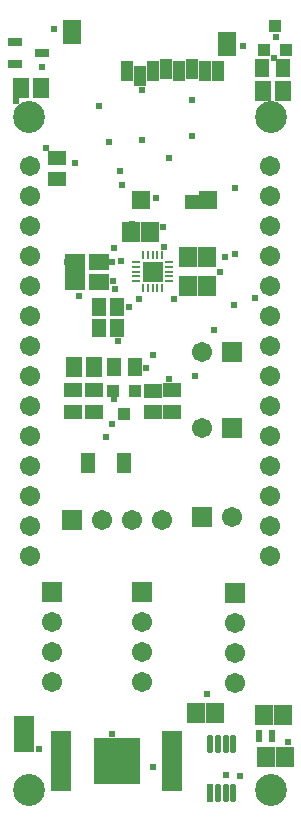
<source format=gts>
G04*
G04 #@! TF.GenerationSoftware,Altium Limited,Altium Designer,22.2.1 (43)*
G04*
G04 Layer_Color=8388736*
%FSLAX25Y25*%
%MOIN*%
G70*
G04*
G04 #@! TF.SameCoordinates,3363FF5D-1BA6-4910-A2F9-43927B8BDF9C*
G04*
G04*
G04 #@! TF.FilePolarity,Negative*
G04*
G01*
G75*
%ADD14R,0.03950X0.06706*%
%ADD15R,0.06312X0.08280*%
%ADD16R,0.05918X0.06312*%
%ADD17R,0.04737X0.04540*%
G04:AMPARAMS|DCode=18|XSize=63.2mil|YSize=19.68mil|CornerRadius=9.84mil|HoleSize=0mil|Usage=FLASHONLY|Rotation=90.000|XOffset=0mil|YOffset=0mil|HoleType=Round|Shape=RoundedRectangle|*
%AMROUNDEDRECTD18*
21,1,0.06320,0.00000,0,0,90.0*
21,1,0.04351,0.01968,0,0,90.0*
1,1,0.01968,0.00000,0.02176*
1,1,0.01968,0.00000,-0.02176*
1,1,0.01968,0.00000,-0.02176*
1,1,0.01968,0.00000,0.02176*
%
%ADD18ROUNDEDRECTD18*%
%ADD19R,0.01968X0.06320*%
%ADD20R,0.07087X0.07087*%
%ADD21R,0.02780X0.00758*%
G04:AMPARAMS|DCode=22|XSize=27.8mil|YSize=7.58mil|CornerRadius=3.79mil|HoleSize=0mil|Usage=FLASHONLY|Rotation=0.000|XOffset=0mil|YOffset=0mil|HoleType=Round|Shape=RoundedRectangle|*
%AMROUNDEDRECTD22*
21,1,0.02780,0.00000,0,0,0.0*
21,1,0.02022,0.00758,0,0,0.0*
1,1,0.00758,0.01011,0.00000*
1,1,0.00758,-0.01011,0.00000*
1,1,0.00758,-0.01011,0.00000*
1,1,0.00758,0.01011,0.00000*
%
%ADD22ROUNDEDRECTD22*%
G04:AMPARAMS|DCode=23|XSize=7.58mil|YSize=27.8mil|CornerRadius=3.79mil|HoleSize=0mil|Usage=FLASHONLY|Rotation=0.000|XOffset=0mil|YOffset=0mil|HoleType=Round|Shape=RoundedRectangle|*
%AMROUNDEDRECTD23*
21,1,0.00758,0.02022,0,0,0.0*
21,1,0.00000,0.02780,0,0,0.0*
1,1,0.00758,0.00000,-0.01011*
1,1,0.00758,0.00000,-0.01011*
1,1,0.00758,0.00000,0.01011*
1,1,0.00758,0.00000,0.01011*
%
%ADD23ROUNDEDRECTD23*%
%ADD24R,0.15600X0.15600*%
%ADD25R,0.07000X0.20000*%
%ADD26R,0.06115X0.04737*%
%ADD27R,0.05524X0.06509*%
%ADD28R,0.03950X0.04343*%
%ADD29R,0.04737X0.06115*%
%ADD30R,0.04934X0.03162*%
%ADD31R,0.01968X0.03937*%
%ADD32R,0.04934X0.06706*%
%ADD33R,0.05918X0.06509*%
%ADD34R,0.06115X0.06509*%
%ADD35R,0.06509X0.05918*%
%ADD36R,0.04540X0.06115*%
%ADD37R,0.06509X0.05721*%
%ADD38C,0.06737*%
%ADD39C,0.10643*%
%ADD40C,0.06706*%
%ADD41R,0.06706X0.06706*%
%ADD42R,0.06706X0.06706*%
%ADD43C,0.02375*%
D14*
X390362Y378909D02*
D03*
X394693Y377335D02*
D03*
X399024Y378909D02*
D03*
X403354Y379697D02*
D03*
X407685Y378909D02*
D03*
X412016Y379697D02*
D03*
X416347Y378909D02*
D03*
X420677D02*
D03*
D15*
X372016Y391862D02*
D03*
X423787Y387925D02*
D03*
D16*
X395047Y336154D02*
D03*
X417488D02*
D03*
D17*
X412016Y335268D02*
D03*
D18*
X418161Y154770D02*
D03*
X420720D02*
D03*
X423279D02*
D03*
X425839D02*
D03*
Y138230D02*
D03*
X423279D02*
D03*
X420720D02*
D03*
D19*
X418161D02*
D03*
D20*
X398976Y312150D02*
D03*
D21*
X393453Y315299D02*
D03*
D22*
Y313724D02*
D03*
Y312150D02*
D03*
Y310575D02*
D03*
Y309000D02*
D03*
X404500D02*
D03*
Y310575D02*
D03*
Y312150D02*
D03*
Y313724D02*
D03*
Y315299D02*
D03*
D23*
X395827Y306626D02*
D03*
X397401D02*
D03*
X398976D02*
D03*
X400551D02*
D03*
X402126D02*
D03*
Y317673D02*
D03*
X400551D02*
D03*
X398976D02*
D03*
X397401D02*
D03*
X395827D02*
D03*
D24*
X387000Y149000D02*
D03*
D25*
X405500D02*
D03*
X368500D02*
D03*
D26*
X367000Y350043D02*
D03*
Y342957D02*
D03*
X399000Y272500D02*
D03*
Y265413D02*
D03*
X405500Y272543D02*
D03*
Y265457D02*
D03*
X379500Y265457D02*
D03*
Y272543D02*
D03*
X372500Y265457D02*
D03*
Y272543D02*
D03*
D27*
X355153Y373500D02*
D03*
X361846D02*
D03*
X442346Y372500D02*
D03*
X435653D02*
D03*
X379500Y280500D02*
D03*
X372807D02*
D03*
D28*
X436000Y386000D02*
D03*
X443480D02*
D03*
X439740Y393874D02*
D03*
X393240Y272437D02*
D03*
X385760D02*
D03*
X389500Y264563D02*
D03*
D29*
X435413Y380000D02*
D03*
X442500D02*
D03*
X385957Y280500D02*
D03*
X393043D02*
D03*
D30*
X362028Y385000D02*
D03*
X352972Y381260D02*
D03*
Y388740D02*
D03*
D31*
X434335Y157500D02*
D03*
X438665D02*
D03*
D32*
X377496Y248500D02*
D03*
X389504D02*
D03*
D33*
X413350Y165000D02*
D03*
X419650D02*
D03*
X410850Y307500D02*
D03*
X417150D02*
D03*
X410850Y317000D02*
D03*
X417150D02*
D03*
X391850Y325500D02*
D03*
X398150D02*
D03*
D34*
X436201Y164500D02*
D03*
X442500D02*
D03*
X436850Y150500D02*
D03*
X443150D02*
D03*
D35*
X356000Y161150D02*
D03*
Y154850D02*
D03*
X373000Y308850D02*
D03*
Y315150D02*
D03*
D36*
X387051Y293500D02*
D03*
X380949D02*
D03*
X387051Y300500D02*
D03*
X380949D02*
D03*
D37*
X381000Y315347D02*
D03*
Y308653D02*
D03*
D38*
X438000Y277500D02*
D03*
Y347500D02*
D03*
Y337500D02*
D03*
Y327500D02*
D03*
Y317500D02*
D03*
Y307500D02*
D03*
Y297500D02*
D03*
Y287500D02*
D03*
Y267500D02*
D03*
Y257500D02*
D03*
Y247500D02*
D03*
Y237500D02*
D03*
Y227500D02*
D03*
Y217500D02*
D03*
X358000D02*
D03*
Y227500D02*
D03*
Y237500D02*
D03*
Y247500D02*
D03*
Y257500D02*
D03*
Y267500D02*
D03*
Y277500D02*
D03*
Y287500D02*
D03*
Y297500D02*
D03*
Y307500D02*
D03*
Y317500D02*
D03*
Y327500D02*
D03*
Y337500D02*
D03*
Y347500D02*
D03*
D39*
X438355Y363623D02*
D03*
X357646D02*
D03*
Y139213D02*
D03*
X438355D02*
D03*
D40*
X365500Y175500D02*
D03*
Y185500D02*
D03*
Y195500D02*
D03*
X415500Y285181D02*
D03*
X402000Y229319D02*
D03*
X392000D02*
D03*
X382000D02*
D03*
X415500Y260000D02*
D03*
X425500Y230319D02*
D03*
X426500Y195000D02*
D03*
Y185000D02*
D03*
Y175000D02*
D03*
X395500Y195500D02*
D03*
Y185500D02*
D03*
Y175500D02*
D03*
D41*
X365500Y205500D02*
D03*
X426500Y205000D02*
D03*
X395500Y205500D02*
D03*
D42*
X425500Y285181D02*
D03*
X372000Y229319D02*
D03*
X425500Y260000D02*
D03*
X415500Y230319D02*
D03*
D43*
X428000Y144000D02*
D03*
X423330Y144469D02*
D03*
X400217Y336717D02*
D03*
X388925Y340925D02*
D03*
X387967Y345533D02*
D03*
X395533Y356033D02*
D03*
X404500Y350000D02*
D03*
X395500Y372594D02*
D03*
X411967Y357467D02*
D03*
X381000Y367500D02*
D03*
X412000Y369500D02*
D03*
X366000Y393000D02*
D03*
X429000Y387500D02*
D03*
X373066Y348500D02*
D03*
X353299Y369000D02*
D03*
X363500Y353218D02*
D03*
X362000Y380500D02*
D03*
X361000Y153000D02*
D03*
X417000Y171500D02*
D03*
X399000Y147000D02*
D03*
X433000Y303500D02*
D03*
X402500Y327000D02*
D03*
X396925Y280000D02*
D03*
X386000Y269575D02*
D03*
X419517Y292517D02*
D03*
X426000Y301000D02*
D03*
X426500Y318000D02*
D03*
X374500Y304000D02*
D03*
X399004Y309803D02*
D03*
X399000Y314496D02*
D03*
X401323Y312177D02*
D03*
X398976Y312150D02*
D03*
X396630Y312130D02*
D03*
X413000Y277500D02*
D03*
X399000Y284500D02*
D03*
X404500Y276500D02*
D03*
X383500Y257000D02*
D03*
X405965Y303000D02*
D03*
X385500Y261500D02*
D03*
X384500Y355500D02*
D03*
X439500Y383500D02*
D03*
X440000Y390500D02*
D03*
X392000Y327886D02*
D03*
X426500Y340000D02*
D03*
X385500Y158000D02*
D03*
X444000Y155500D02*
D03*
X370575Y315347D02*
D03*
X385500Y315500D02*
D03*
X391000Y300500D02*
D03*
X394434Y302934D02*
D03*
X388500Y315740D02*
D03*
X386000Y320010D02*
D03*
X402668Y320257D02*
D03*
X387500Y289000D02*
D03*
X386575Y306500D02*
D03*
X385876Y308998D02*
D03*
X423000Y317000D02*
D03*
X421500Y312000D02*
D03*
M02*

</source>
